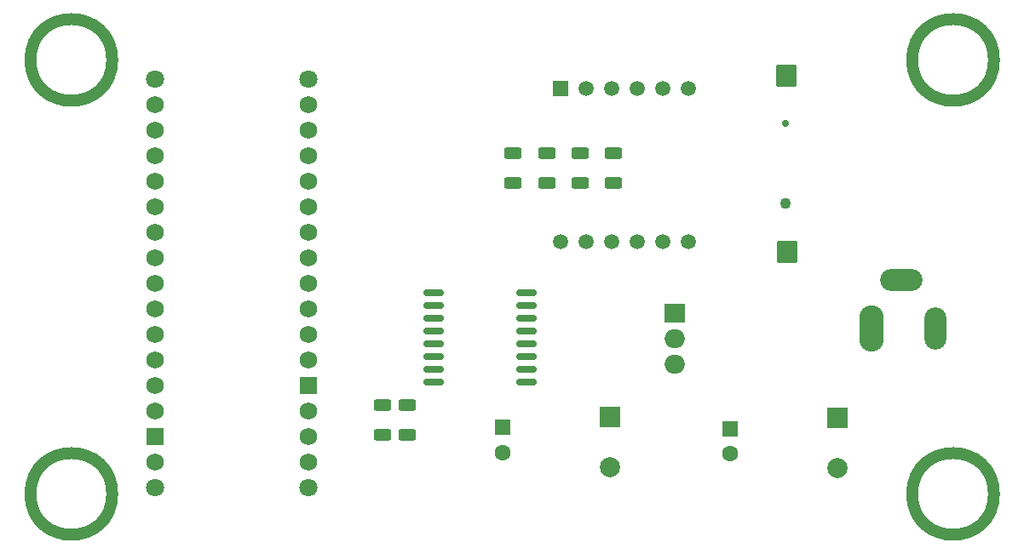
<source format=gbr>
%TF.GenerationSoftware,KiCad,Pcbnew,9.0.1*%
%TF.CreationDate,2025-06-17T23:00:35+08:00*%
%TF.ProjectId,EpochCounter,45706f63-6843-46f7-956e-7465722e6b69,rev?*%
%TF.SameCoordinates,Original*%
%TF.FileFunction,Soldermask,Top*%
%TF.FilePolarity,Negative*%
%FSLAX46Y46*%
G04 Gerber Fmt 4.6, Leading zero omitted, Abs format (unit mm)*
G04 Created by KiCad (PCBNEW 9.0.1) date 2025-06-17 23:00:35*
%MOMM*%
%LPD*%
G01*
G04 APERTURE LIST*
G04 Aperture macros list*
%AMRoundRect*
0 Rectangle with rounded corners*
0 $1 Rounding radius*
0 $2 $3 $4 $5 $6 $7 $8 $9 X,Y pos of 4 corners*
0 Add a 4 corners polygon primitive as box body*
4,1,4,$2,$3,$4,$5,$6,$7,$8,$9,$2,$3,0*
0 Add four circle primitives for the rounded corners*
1,1,$1+$1,$2,$3*
1,1,$1+$1,$4,$5*
1,1,$1+$1,$6,$7*
1,1,$1+$1,$8,$9*
0 Add four rect primitives between the rounded corners*
20,1,$1+$1,$2,$3,$4,$5,0*
20,1,$1+$1,$4,$5,$6,$7,0*
20,1,$1+$1,$6,$7,$8,$9,0*
20,1,$1+$1,$8,$9,$2,$3,0*%
G04 Aperture macros list end*
%ADD10C,1.200000*%
%ADD11C,1.100000*%
%ADD12C,0.700000*%
%ADD13RoundRect,0.102000X0.895700X-0.995300X0.895700X0.995300X-0.895700X0.995300X-0.895700X-0.995300X0*%
%ADD14RoundRect,0.102000X0.898700X-0.957200X0.898700X0.957200X-0.898700X0.957200X-0.898700X-0.957200X0*%
%ADD15R,2.000000X2.000000*%
%ADD16C,2.000000*%
%ADD17R,1.600000X1.600000*%
%ADD18C,1.600000*%
%ADD19RoundRect,0.250000X-0.625000X0.312500X-0.625000X-0.312500X0.625000X-0.312500X0.625000X0.312500X0*%
%ADD20R,2.000000X1.905000*%
%ADD21O,2.000000X1.905000*%
%ADD22RoundRect,0.250000X0.625000X-0.312500X0.625000X0.312500X-0.625000X0.312500X-0.625000X-0.312500X0*%
%ADD23RoundRect,0.150000X0.875000X0.150000X-0.875000X0.150000X-0.875000X-0.150000X0.875000X-0.150000X0*%
%ADD24C,1.800000*%
%ADD25C,1.727200*%
%ADD26R,1.727200X1.727200*%
%ADD27O,2.404000X4.604000*%
%ADD28O,2.204000X4.204000*%
%ADD29O,4.204000X2.204000*%
%ADD30R,1.500000X1.500000*%
%ADD31C,1.500000*%
G04 APERTURE END LIST*
D10*
X194564000Y-124460000D02*
G75*
G02*
X186436000Y-124460000I-4064000J0D01*
G01*
X186436000Y-124460000D02*
G75*
G02*
X194564000Y-124460000I4064000J0D01*
G01*
X106934000Y-81280000D02*
G75*
G02*
X98806000Y-81280000I-4064000J0D01*
G01*
X98806000Y-81280000D02*
G75*
G02*
X106934000Y-81280000I4064000J0D01*
G01*
X106934000Y-124460000D02*
G75*
G02*
X98806000Y-124460000I-4064000J0D01*
G01*
X98806000Y-124460000D02*
G75*
G02*
X106934000Y-124460000I4064000J0D01*
G01*
X194564000Y-81280000D02*
G75*
G02*
X186436000Y-81280000I-4064000J0D01*
G01*
X186436000Y-81280000D02*
G75*
G02*
X194564000Y-81280000I4064000J0D01*
G01*
D11*
%TO.C,BT1*%
X173863000Y-95554800D03*
D12*
X173863000Y-87554800D03*
D13*
X173964600Y-82872700D03*
D14*
X173974300Y-100394000D03*
%TD*%
D15*
%TO.C,C4*%
X156440000Y-116782323D03*
D16*
X156440000Y-121782323D03*
%TD*%
D17*
%TO.C,C1*%
X168378000Y-117967621D03*
D18*
X168378000Y-120467621D03*
%TD*%
D19*
%TO.C,R6*%
X146788000Y-90575000D03*
X146788000Y-93500000D03*
%TD*%
D15*
%TO.C,C3*%
X179003000Y-116909323D03*
D16*
X179003000Y-121909323D03*
%TD*%
D20*
%TO.C,U3*%
X162861000Y-106450000D03*
D21*
X162861000Y-108990000D03*
X162861000Y-111530000D03*
%TD*%
D22*
%TO.C,R1*%
X136247000Y-118580500D03*
X136247000Y-115655500D03*
%TD*%
D23*
%TO.C,U2*%
X148136000Y-113308000D03*
X148136000Y-112038000D03*
X148136000Y-110768000D03*
X148136000Y-109498000D03*
X148136000Y-108228000D03*
X148136000Y-106958000D03*
X148136000Y-105688000D03*
X148136000Y-104418000D03*
X138836000Y-104418000D03*
X138836000Y-105688000D03*
X138836000Y-106958000D03*
X138836000Y-108228000D03*
X138836000Y-109498000D03*
X138836000Y-110768000D03*
X138836000Y-112038000D03*
X138836000Y-113308000D03*
%TD*%
D19*
%TO.C,R5*%
X150098000Y-90575000D03*
X150098000Y-93500000D03*
%TD*%
D24*
%TO.C,A1*%
X126468000Y-123849000D03*
X126468000Y-83209000D03*
X111228000Y-123849000D03*
X111228000Y-83209000D03*
D25*
X111228000Y-88289000D03*
X111228000Y-113689000D03*
X111228000Y-93369000D03*
X111228000Y-95909000D03*
X111228000Y-98449000D03*
X111228000Y-100989000D03*
X111228000Y-103529000D03*
X111228000Y-106069000D03*
X111228000Y-108609000D03*
X111228000Y-111149000D03*
X111228000Y-90829000D03*
X126468000Y-118769000D03*
X126468000Y-121309000D03*
X126468000Y-111149000D03*
X126468000Y-108609000D03*
X126468000Y-106069000D03*
X126468000Y-103529000D03*
X126468000Y-100989000D03*
X126468000Y-98449000D03*
X126468000Y-95909000D03*
X126468000Y-93369000D03*
X126468000Y-90829000D03*
X126468000Y-88289000D03*
X126468000Y-85749000D03*
X111228000Y-85749000D03*
D26*
X126468000Y-113689000D03*
X111228000Y-118769000D03*
D25*
X126468000Y-116229000D03*
X111228000Y-116229000D03*
X111228000Y-121309000D03*
%TD*%
D22*
%TO.C,R2*%
X133834000Y-118580500D03*
X133834000Y-115655500D03*
%TD*%
D19*
%TO.C,R3*%
X156718000Y-90575000D03*
X156718000Y-93500000D03*
%TD*%
D17*
%TO.C,C2*%
X145772000Y-117840621D03*
D18*
X145772000Y-120340621D03*
%TD*%
D19*
%TO.C,R4*%
X153408000Y-90575000D03*
X153408000Y-93500000D03*
%TD*%
D27*
%TO.C,J1*%
X182426000Y-107965000D03*
D28*
X188726000Y-107965000D03*
D29*
X185326000Y-103165000D03*
%TD*%
D30*
%TO.C,U1*%
X151511000Y-84102000D03*
D31*
X154051000Y-84102000D03*
X156591000Y-84102000D03*
X159131000Y-84102000D03*
X161671000Y-84102000D03*
X164211000Y-84102000D03*
X164211000Y-99342000D03*
X161671000Y-99342000D03*
X159131000Y-99342000D03*
X156591000Y-99342000D03*
X154051000Y-99342000D03*
X151511000Y-99342000D03*
%TD*%
M02*

</source>
